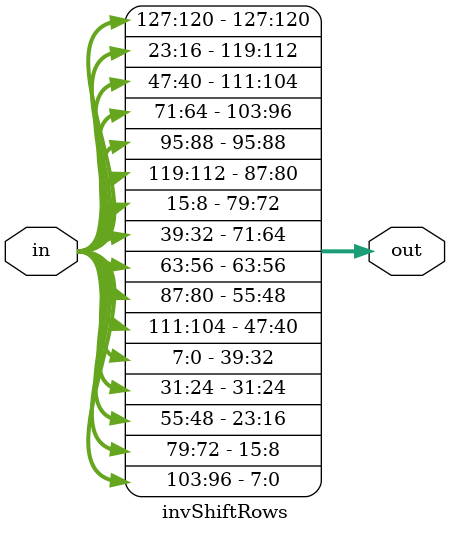
<source format=v>
`timescale 1ns / 1ps

module invShiftRows(in, out);

input [127:0] in;
output[127:0] out;

// Hàng đầu (r = 0) không dịch
assign out[127-:8] = in[127-:8]; // col0
assign out[95-:8]  = in[95-:8];  // col1
assign out[63-:8]  = in[63-:8];  // col2
assign out[31-:8]  = in[31-:8];  // col3

// Hàng thứ 2 (r = 1) dịch phải 1 byte
assign out[119-:8] = in[23-:8];
assign out[87-:8]  = in[119-:8];
assign out[55-:8]  = in[87-:8];
assign out[23-:8]  = in[55-:8];

// Hàng thứ 3 (r = 1) dịch phải 2 byte
assign out[111-:8] = in[47-:8];
assign out[79-:8]  = in[15-:8];
assign out[47-:8]  = in[111-:8];
assign out[15-:8]  = in[79-:8];

// Hàng thứ 4 (r = 1) dịch phải 3 byte
assign out[103-:8] = in[71-:8];
assign out[71-:8]  = in[39-:8];
assign out[39-:8]  = in[7-:8];
assign out[7-:8]   = in[103-:8];

endmodule
</source>
